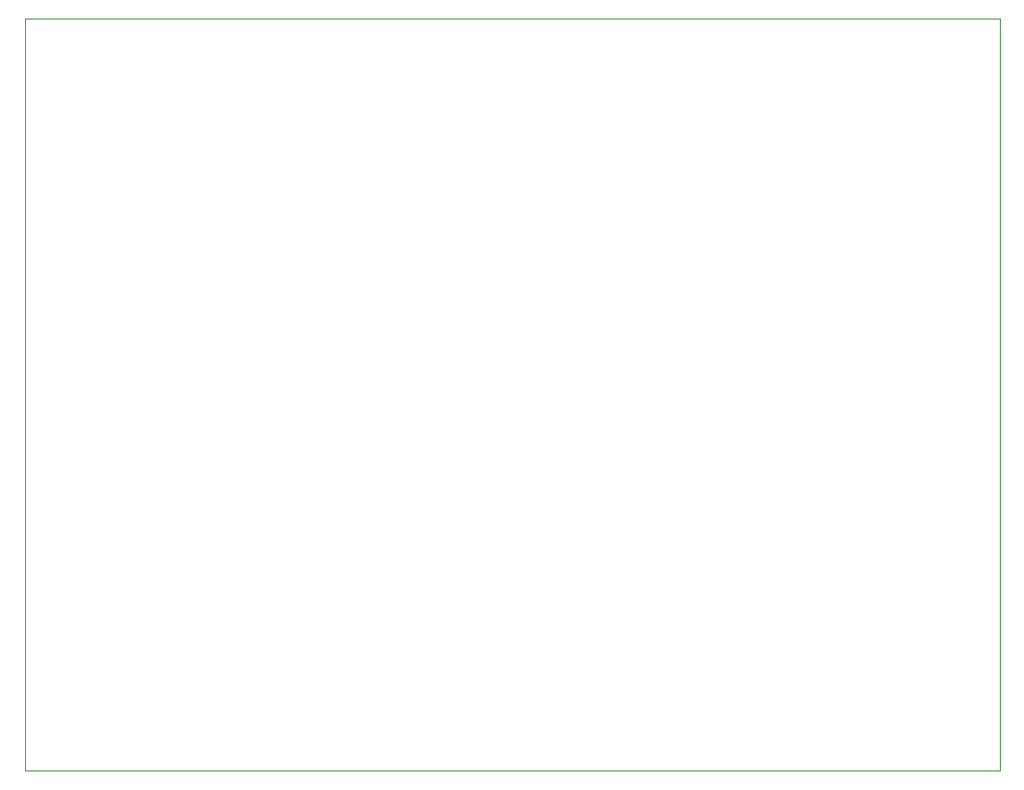
<source format=gbr>
%TF.GenerationSoftware,KiCad,Pcbnew,5.1.6-c6e7f7d~86~ubuntu18.04.1*%
%TF.CreationDate,2020-06-30T16:43:30+02:00*%
%TF.ProjectId,ICL7107,49434c37-3130-4372-9e6b-696361645f70,1.0*%
%TF.SameCoordinates,PX525bfc0PY7a53eb0*%
%TF.FileFunction,Profile,NP*%
%FSLAX46Y46*%
G04 Gerber Fmt 4.6, Leading zero omitted, Abs format (unit mm)*
G04 Created by KiCad (PCBNEW 5.1.6-c6e7f7d~86~ubuntu18.04.1) date 2020-06-30 16:43:30*
%MOMM*%
%LPD*%
G01*
G04 APERTURE LIST*
%TA.AperFunction,Profile*%
%ADD10C,0.050000*%
%TD*%
G04 APERTURE END LIST*
D10*
X0Y0D02*
X0Y68580000D01*
X88900000Y0D02*
X0Y0D01*
X88900000Y68580000D02*
X88900000Y0D01*
X0Y68580000D02*
X88900000Y68580000D01*
M02*

</source>
